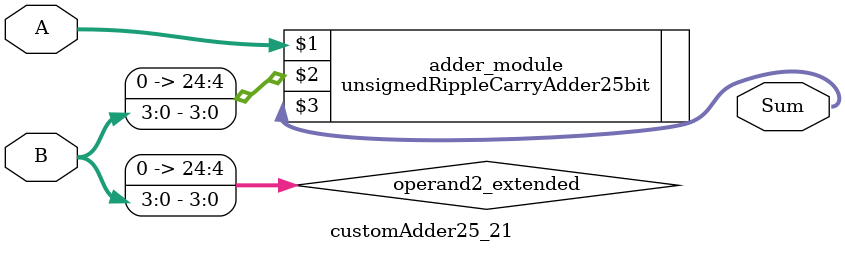
<source format=v>

module customAdder25_21(
                    input [24 : 0] A,
                    input [3 : 0] B,
                    
                    output [25 : 0] Sum
            );

    wire [24 : 0] operand2_extended;
    
    assign operand2_extended =  {21'b0, B};
    
    unsignedRippleCarryAdder25bit adder_module(
        A,
        operand2_extended,
        Sum
    );
    
endmodule
        
</source>
